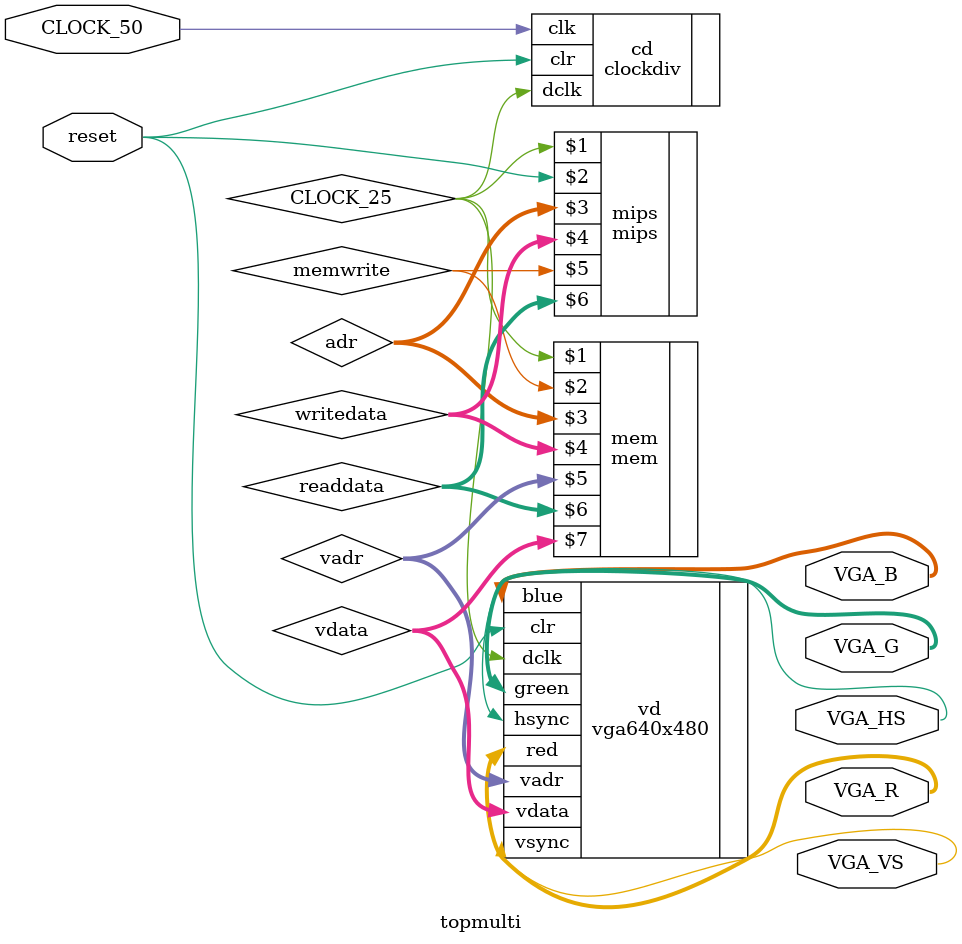
<source format=sv>
`timescale 1ns / 1ps

module topmulti (
  input wire reset, 
	input wire CLOCK_50,	//board clock: 50MHz
	output wire VGA_HS,		//horizontal sync out
	output wire VGA_VS,		//vertical sync out
	output reg [3:0] VGA_R,	//red vga output
	output reg [3:0] VGA_G, //green vga output
	output reg [3:0] VGA_B	//blue vga output
	);

	logic CLOCK_25;
  
  logic [31:0] writedata, adr, readdata, vadr, vdata;
  logic        memwrite;
  
	clockdiv cd(
	.clr(reset),
	.clk(CLOCK_50),
	.dclk(CLOCK_25)
	);
	
	vga640x480 vd(
	.clr(reset),
	.dclk(CLOCK_25),
  .vdata(vdata),
  .vadr(vadr),
	.hsync(VGA_HS),
	.vsync(VGA_VS),
	.red(VGA_R),
	.green(VGA_G),
	.blue(VGA_B)
	);  
  
  // microprocessor (control & datapath)
  mips mips(CLOCK_25, reset, adr, writedata, memwrite, readdata);

  // memory 
  mem mem(CLOCK_25, memwrite, adr, writedata, vadr, readdata, vdata);

endmodule

</source>
